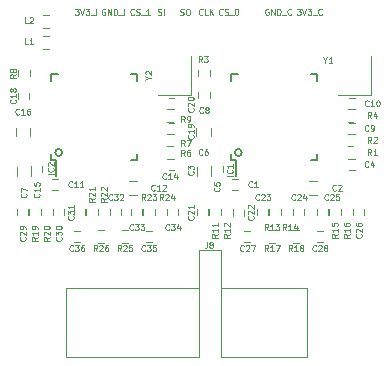
<source format=gto>
G04 #@! TF.GenerationSoftware,KiCad,Pcbnew,(2018-02-15 revision 29b28de31)-makepkg*
G04 #@! TF.CreationDate,2018-02-24T00:30:07+10:30*
G04 #@! TF.ProjectId,din_meter_atm90e36,64696E5F6D657465725F61746D393065,rev?*
G04 #@! TF.SameCoordinates,Original*
G04 #@! TF.FileFunction,Legend,Top*
G04 #@! TF.FilePolarity,Positive*
%FSLAX46Y46*%
G04 Gerber Fmt 4.6, Leading zero omitted, Abs format (unit mm)*
G04 Created by KiCad (PCBNEW (2018-02-15 revision 29b28de31)-makepkg) date 02/24/18 00:30:07*
%MOMM*%
%LPD*%
G01*
G04 APERTURE LIST*
%ADD10C,0.200000*%
%ADD11C,0.100000*%
%ADD12C,0.120000*%
%ADD13C,0.150000*%
%ADD14C,0.125000*%
G04 APERTURE END LIST*
D10*
X134510000Y-71450000D02*
G75*
G03X134510000Y-71450000I-300000J0D01*
G01*
X149710000Y-71450000D02*
G75*
G03X149710000Y-71450000I-300000J0D01*
G01*
D11*
X135596428Y-59289190D02*
X135905952Y-59289190D01*
X135739285Y-59479666D01*
X135810714Y-59479666D01*
X135858333Y-59503476D01*
X135882142Y-59527285D01*
X135905952Y-59574904D01*
X135905952Y-59693952D01*
X135882142Y-59741571D01*
X135858333Y-59765380D01*
X135810714Y-59789190D01*
X135667857Y-59789190D01*
X135620238Y-59765380D01*
X135596428Y-59741571D01*
X136048809Y-59289190D02*
X136215476Y-59789190D01*
X136382142Y-59289190D01*
X136501190Y-59289190D02*
X136810714Y-59289190D01*
X136644047Y-59479666D01*
X136715476Y-59479666D01*
X136763095Y-59503476D01*
X136786904Y-59527285D01*
X136810714Y-59574904D01*
X136810714Y-59693952D01*
X136786904Y-59741571D01*
X136763095Y-59765380D01*
X136715476Y-59789190D01*
X136572619Y-59789190D01*
X136525000Y-59765380D01*
X136501190Y-59741571D01*
X136905952Y-59836809D02*
X137286904Y-59836809D01*
X137405952Y-59789190D02*
X137405952Y-59289190D01*
X138120523Y-59313000D02*
X138072904Y-59289190D01*
X138001476Y-59289190D01*
X137930047Y-59313000D01*
X137882428Y-59360619D01*
X137858619Y-59408238D01*
X137834809Y-59503476D01*
X137834809Y-59574904D01*
X137858619Y-59670142D01*
X137882428Y-59717761D01*
X137930047Y-59765380D01*
X138001476Y-59789190D01*
X138049095Y-59789190D01*
X138120523Y-59765380D01*
X138144333Y-59741571D01*
X138144333Y-59574904D01*
X138049095Y-59574904D01*
X138358619Y-59789190D02*
X138358619Y-59289190D01*
X138644333Y-59789190D01*
X138644333Y-59289190D01*
X138882428Y-59789190D02*
X138882428Y-59289190D01*
X139001476Y-59289190D01*
X139072904Y-59313000D01*
X139120523Y-59360619D01*
X139144333Y-59408238D01*
X139168142Y-59503476D01*
X139168142Y-59574904D01*
X139144333Y-59670142D01*
X139120523Y-59717761D01*
X139072904Y-59765380D01*
X139001476Y-59789190D01*
X138882428Y-59789190D01*
X139263380Y-59836809D02*
X139644333Y-59836809D01*
X139763380Y-59789190D02*
X139763380Y-59289190D01*
X140585095Y-59741571D02*
X140561285Y-59765380D01*
X140489857Y-59789190D01*
X140442238Y-59789190D01*
X140370809Y-59765380D01*
X140323190Y-59717761D01*
X140299380Y-59670142D01*
X140275571Y-59574904D01*
X140275571Y-59503476D01*
X140299380Y-59408238D01*
X140323190Y-59360619D01*
X140370809Y-59313000D01*
X140442238Y-59289190D01*
X140489857Y-59289190D01*
X140561285Y-59313000D01*
X140585095Y-59336809D01*
X140775571Y-59765380D02*
X140847000Y-59789190D01*
X140966047Y-59789190D01*
X141013666Y-59765380D01*
X141037476Y-59741571D01*
X141061285Y-59693952D01*
X141061285Y-59646333D01*
X141037476Y-59598714D01*
X141013666Y-59574904D01*
X140966047Y-59551095D01*
X140870809Y-59527285D01*
X140823190Y-59503476D01*
X140799380Y-59479666D01*
X140775571Y-59432047D01*
X140775571Y-59384428D01*
X140799380Y-59336809D01*
X140823190Y-59313000D01*
X140870809Y-59289190D01*
X140989857Y-59289190D01*
X141061285Y-59313000D01*
X141156523Y-59836809D02*
X141537476Y-59836809D01*
X141918428Y-59789190D02*
X141632714Y-59789190D01*
X141775571Y-59789190D02*
X141775571Y-59289190D01*
X141727952Y-59360619D01*
X141680333Y-59408238D01*
X141632714Y-59432047D01*
X142613095Y-59765380D02*
X142684523Y-59789190D01*
X142803571Y-59789190D01*
X142851190Y-59765380D01*
X142875000Y-59741571D01*
X142898809Y-59693952D01*
X142898809Y-59646333D01*
X142875000Y-59598714D01*
X142851190Y-59574904D01*
X142803571Y-59551095D01*
X142708333Y-59527285D01*
X142660714Y-59503476D01*
X142636904Y-59479666D01*
X142613095Y-59432047D01*
X142613095Y-59384428D01*
X142636904Y-59336809D01*
X142660714Y-59313000D01*
X142708333Y-59289190D01*
X142827380Y-59289190D01*
X142898809Y-59313000D01*
X143113095Y-59789190D02*
X143113095Y-59289190D01*
X144502238Y-59765380D02*
X144573666Y-59789190D01*
X144692714Y-59789190D01*
X144740333Y-59765380D01*
X144764142Y-59741571D01*
X144787952Y-59693952D01*
X144787952Y-59646333D01*
X144764142Y-59598714D01*
X144740333Y-59574904D01*
X144692714Y-59551095D01*
X144597476Y-59527285D01*
X144549857Y-59503476D01*
X144526047Y-59479666D01*
X144502238Y-59432047D01*
X144502238Y-59384428D01*
X144526047Y-59336809D01*
X144549857Y-59313000D01*
X144597476Y-59289190D01*
X144716523Y-59289190D01*
X144787952Y-59313000D01*
X145097476Y-59289190D02*
X145192714Y-59289190D01*
X145240333Y-59313000D01*
X145287952Y-59360619D01*
X145311761Y-59455857D01*
X145311761Y-59622523D01*
X145287952Y-59717761D01*
X145240333Y-59765380D01*
X145192714Y-59789190D01*
X145097476Y-59789190D01*
X145049857Y-59765380D01*
X145002238Y-59717761D01*
X144978428Y-59622523D01*
X144978428Y-59455857D01*
X145002238Y-59360619D01*
X145049857Y-59313000D01*
X145097476Y-59289190D01*
X146387380Y-59741571D02*
X146363571Y-59765380D01*
X146292142Y-59789190D01*
X146244523Y-59789190D01*
X146173095Y-59765380D01*
X146125476Y-59717761D01*
X146101666Y-59670142D01*
X146077857Y-59574904D01*
X146077857Y-59503476D01*
X146101666Y-59408238D01*
X146125476Y-59360619D01*
X146173095Y-59313000D01*
X146244523Y-59289190D01*
X146292142Y-59289190D01*
X146363571Y-59313000D01*
X146387380Y-59336809D01*
X146839761Y-59789190D02*
X146601666Y-59789190D01*
X146601666Y-59289190D01*
X147006428Y-59789190D02*
X147006428Y-59289190D01*
X147292142Y-59789190D02*
X147077857Y-59503476D01*
X147292142Y-59289190D02*
X147006428Y-59574904D01*
X148078095Y-59741571D02*
X148054285Y-59765380D01*
X147982857Y-59789190D01*
X147935238Y-59789190D01*
X147863809Y-59765380D01*
X147816190Y-59717761D01*
X147792380Y-59670142D01*
X147768571Y-59574904D01*
X147768571Y-59503476D01*
X147792380Y-59408238D01*
X147816190Y-59360619D01*
X147863809Y-59313000D01*
X147935238Y-59289190D01*
X147982857Y-59289190D01*
X148054285Y-59313000D01*
X148078095Y-59336809D01*
X148268571Y-59765380D02*
X148340000Y-59789190D01*
X148459047Y-59789190D01*
X148506666Y-59765380D01*
X148530476Y-59741571D01*
X148554285Y-59693952D01*
X148554285Y-59646333D01*
X148530476Y-59598714D01*
X148506666Y-59574904D01*
X148459047Y-59551095D01*
X148363809Y-59527285D01*
X148316190Y-59503476D01*
X148292380Y-59479666D01*
X148268571Y-59432047D01*
X148268571Y-59384428D01*
X148292380Y-59336809D01*
X148316190Y-59313000D01*
X148363809Y-59289190D01*
X148482857Y-59289190D01*
X148554285Y-59313000D01*
X148649523Y-59836809D02*
X149030476Y-59836809D01*
X149244761Y-59289190D02*
X149292380Y-59289190D01*
X149340000Y-59313000D01*
X149363809Y-59336809D01*
X149387619Y-59384428D01*
X149411428Y-59479666D01*
X149411428Y-59598714D01*
X149387619Y-59693952D01*
X149363809Y-59741571D01*
X149340000Y-59765380D01*
X149292380Y-59789190D01*
X149244761Y-59789190D01*
X149197142Y-59765380D01*
X149173333Y-59741571D01*
X149149523Y-59693952D01*
X149125714Y-59598714D01*
X149125714Y-59479666D01*
X149149523Y-59384428D01*
X149173333Y-59336809D01*
X149197142Y-59313000D01*
X149244761Y-59289190D01*
X151959571Y-59313000D02*
X151911952Y-59289190D01*
X151840523Y-59289190D01*
X151769095Y-59313000D01*
X151721476Y-59360619D01*
X151697666Y-59408238D01*
X151673857Y-59503476D01*
X151673857Y-59574904D01*
X151697666Y-59670142D01*
X151721476Y-59717761D01*
X151769095Y-59765380D01*
X151840523Y-59789190D01*
X151888142Y-59789190D01*
X151959571Y-59765380D01*
X151983380Y-59741571D01*
X151983380Y-59574904D01*
X151888142Y-59574904D01*
X152197666Y-59789190D02*
X152197666Y-59289190D01*
X152483380Y-59789190D01*
X152483380Y-59289190D01*
X152721476Y-59789190D02*
X152721476Y-59289190D01*
X152840523Y-59289190D01*
X152911952Y-59313000D01*
X152959571Y-59360619D01*
X152983380Y-59408238D01*
X153007190Y-59503476D01*
X153007190Y-59574904D01*
X152983380Y-59670142D01*
X152959571Y-59717761D01*
X152911952Y-59765380D01*
X152840523Y-59789190D01*
X152721476Y-59789190D01*
X153102428Y-59836809D02*
X153483380Y-59836809D01*
X153888142Y-59741571D02*
X153864333Y-59765380D01*
X153792904Y-59789190D01*
X153745285Y-59789190D01*
X153673857Y-59765380D01*
X153626238Y-59717761D01*
X153602428Y-59670142D01*
X153578619Y-59574904D01*
X153578619Y-59503476D01*
X153602428Y-59408238D01*
X153626238Y-59360619D01*
X153673857Y-59313000D01*
X153745285Y-59289190D01*
X153792904Y-59289190D01*
X153864333Y-59313000D01*
X153888142Y-59336809D01*
X154388476Y-59289190D02*
X154698000Y-59289190D01*
X154531333Y-59479666D01*
X154602761Y-59479666D01*
X154650380Y-59503476D01*
X154674190Y-59527285D01*
X154698000Y-59574904D01*
X154698000Y-59693952D01*
X154674190Y-59741571D01*
X154650380Y-59765380D01*
X154602761Y-59789190D01*
X154459904Y-59789190D01*
X154412285Y-59765380D01*
X154388476Y-59741571D01*
X154840857Y-59289190D02*
X155007523Y-59789190D01*
X155174190Y-59289190D01*
X155293238Y-59289190D02*
X155602761Y-59289190D01*
X155436095Y-59479666D01*
X155507523Y-59479666D01*
X155555142Y-59503476D01*
X155578952Y-59527285D01*
X155602761Y-59574904D01*
X155602761Y-59693952D01*
X155578952Y-59741571D01*
X155555142Y-59765380D01*
X155507523Y-59789190D01*
X155364666Y-59789190D01*
X155317047Y-59765380D01*
X155293238Y-59741571D01*
X155698000Y-59836809D02*
X156078952Y-59836809D01*
X156483714Y-59741571D02*
X156459904Y-59765380D01*
X156388476Y-59789190D01*
X156340857Y-59789190D01*
X156269428Y-59765380D01*
X156221809Y-59717761D01*
X156198000Y-59670142D01*
X156174190Y-59574904D01*
X156174190Y-59503476D01*
X156198000Y-59408238D01*
X156221809Y-59360619D01*
X156269428Y-59313000D01*
X156340857Y-59289190D01*
X156388476Y-59289190D01*
X156459904Y-59313000D01*
X156483714Y-59336809D01*
D12*
X155208000Y-82923000D02*
X155208000Y-88723000D01*
X147908000Y-82923000D02*
X147908000Y-88723000D01*
X147908000Y-88723000D02*
X155208000Y-88723000D01*
X155208000Y-82923000D02*
X147908000Y-82923000D01*
X134808000Y-88723000D02*
X134808000Y-82923000D01*
X146108000Y-88723000D02*
X134808000Y-88723000D01*
X146108000Y-82923000D02*
X146108000Y-88723000D01*
X134808000Y-82923000D02*
X146108000Y-82923000D01*
X147908000Y-79723000D02*
X147908000Y-82923000D01*
X146108000Y-79723000D02*
X147908000Y-79723000D01*
X146108000Y-82923000D02*
X146108000Y-79723000D01*
X135500000Y-79018000D02*
X136000000Y-79018000D01*
X136000000Y-78078000D02*
X135500000Y-78078000D01*
X141596000Y-79018000D02*
X142096000Y-79018000D01*
X142096000Y-78078000D02*
X141596000Y-78078000D01*
X144348000Y-76766000D02*
X144348000Y-76266000D01*
X143408000Y-76266000D02*
X143408000Y-76766000D01*
X140360000Y-76266000D02*
X140360000Y-76766000D01*
X141300000Y-76766000D02*
X141300000Y-76266000D01*
X138582000Y-76266000D02*
X138582000Y-76766000D01*
X139522000Y-76766000D02*
X139522000Y-76266000D01*
X136474000Y-76766000D02*
X136474000Y-76266000D01*
X135534000Y-76266000D02*
X135534000Y-76766000D01*
X134696000Y-76766000D02*
X134696000Y-76266000D01*
X133756000Y-76266000D02*
X133756000Y-76766000D01*
X130708000Y-76266000D02*
X130708000Y-76766000D01*
X131648000Y-76766000D02*
X131648000Y-76266000D01*
X132724000Y-76766000D02*
X132724000Y-76266000D01*
X131664000Y-76266000D02*
X131664000Y-76766000D01*
X132680000Y-76266000D02*
X132680000Y-76766000D01*
X133740000Y-76766000D02*
X133740000Y-76266000D01*
X137506000Y-76266000D02*
X137506000Y-76766000D01*
X138566000Y-76766000D02*
X138566000Y-76266000D01*
X141316000Y-76208000D02*
X141316000Y-76708000D01*
X142376000Y-76708000D02*
X142376000Y-76208000D01*
X143392000Y-76708000D02*
X143392000Y-76208000D01*
X142332000Y-76208000D02*
X142332000Y-76708000D01*
X140064000Y-78018000D02*
X139564000Y-78018000D01*
X139564000Y-79078000D02*
X140064000Y-79078000D01*
X138032000Y-78018000D02*
X137532000Y-78018000D01*
X137532000Y-79078000D02*
X138032000Y-79078000D01*
X137550000Y-76766000D02*
X137550000Y-76266000D01*
X136490000Y-76266000D02*
X136490000Y-76766000D01*
X146888000Y-76766000D02*
X146888000Y-76266000D01*
X145948000Y-76266000D02*
X145948000Y-76766000D01*
X148996000Y-76308000D02*
X148996000Y-76808000D01*
X149936000Y-76808000D02*
X149936000Y-76308000D01*
X151968000Y-76766000D02*
X151968000Y-76266000D01*
X151028000Y-76266000D02*
X151028000Y-76766000D01*
X154076000Y-76266000D02*
X154076000Y-76766000D01*
X155016000Y-76766000D02*
X155016000Y-76266000D01*
X157048000Y-76766000D02*
X157048000Y-76266000D01*
X156108000Y-76266000D02*
X156108000Y-76766000D01*
X159156000Y-76266000D02*
X159156000Y-76766000D01*
X160096000Y-76766000D02*
X160096000Y-76266000D01*
X149936000Y-79018000D02*
X150436000Y-79018000D01*
X150436000Y-78078000D02*
X149936000Y-78078000D01*
X156074000Y-79018000D02*
X156574000Y-79018000D01*
X156574000Y-78078000D02*
X156074000Y-78078000D01*
X153044000Y-76708000D02*
X153044000Y-76208000D01*
X151984000Y-76208000D02*
X151984000Y-76708000D01*
X154542000Y-78018000D02*
X154042000Y-78018000D01*
X154042000Y-79078000D02*
X154542000Y-79078000D01*
X152010000Y-79078000D02*
X152510000Y-79078000D01*
X152510000Y-78018000D02*
X152010000Y-78018000D01*
X158080000Y-76266000D02*
X158080000Y-76766000D01*
X159140000Y-76766000D02*
X159140000Y-76266000D01*
X158124000Y-76766000D02*
X158124000Y-76266000D01*
X157064000Y-76266000D02*
X157064000Y-76766000D01*
X153000000Y-76208000D02*
X153000000Y-76708000D01*
X154060000Y-76708000D02*
X154060000Y-76208000D01*
X148980000Y-76766000D02*
X148980000Y-76266000D01*
X147920000Y-76266000D02*
X147920000Y-76766000D01*
X146904000Y-76266000D02*
X146904000Y-76766000D01*
X147964000Y-76766000D02*
X147964000Y-76266000D01*
X132858000Y-62644200D02*
X133358000Y-62644200D01*
X133358000Y-61584200D02*
X132858000Y-61584200D01*
X133373000Y-59830000D02*
X132873000Y-59830000D01*
X132873000Y-60890000D02*
X133373000Y-60890000D01*
X143910000Y-69870000D02*
X143410000Y-69870000D01*
X143410000Y-70930000D02*
X143910000Y-70930000D01*
X147040000Y-64950000D02*
X147040000Y-64450000D01*
X145980000Y-64450000D02*
X145980000Y-64950000D01*
X143910000Y-70920000D02*
X143410000Y-70920000D01*
X143410000Y-71980000D02*
X143910000Y-71980000D01*
X159260000Y-71980000D02*
X158760000Y-71980000D01*
X158760000Y-72920000D02*
X159260000Y-72920000D01*
X143510000Y-69870000D02*
X144010000Y-69870000D01*
X144010000Y-68930000D02*
X143510000Y-68930000D01*
X130790000Y-66400000D02*
X130790000Y-66900000D01*
X131730000Y-66900000D02*
X131730000Y-66400000D01*
X132830000Y-73100000D02*
X132830000Y-72600000D01*
X131890000Y-72600000D02*
X131890000Y-73100000D01*
X143510000Y-67770000D02*
X144010000Y-67770000D01*
X144010000Y-66830000D02*
X143510000Y-66830000D01*
X133660000Y-74620000D02*
X134160000Y-74620000D01*
X134160000Y-73680000D02*
X133660000Y-73680000D01*
X158760000Y-67770000D02*
X159260000Y-67770000D01*
X159260000Y-66830000D02*
X158760000Y-66830000D01*
X148910000Y-74620000D02*
X149410000Y-74620000D01*
X149410000Y-73680000D02*
X148910000Y-73680000D01*
X148080000Y-73100000D02*
X148080000Y-72600000D01*
X147140000Y-72600000D02*
X147140000Y-73100000D01*
X146980000Y-66850000D02*
X146980000Y-66350000D01*
X146040000Y-66350000D02*
X146040000Y-66850000D01*
X144010000Y-71980000D02*
X143510000Y-71980000D01*
X143510000Y-72920000D02*
X144010000Y-72920000D01*
X158760000Y-69870000D02*
X159260000Y-69870000D01*
X159260000Y-68930000D02*
X158760000Y-68930000D01*
X140860000Y-75050000D02*
X140160000Y-75050000D01*
X140160000Y-73850000D02*
X140860000Y-73850000D01*
X156110000Y-75050000D02*
X155410000Y-75050000D01*
X155410000Y-73850000D02*
X156110000Y-73850000D01*
X158660000Y-71980000D02*
X159160000Y-71980000D01*
X159160000Y-70920000D02*
X158660000Y-70920000D01*
X158660000Y-70930000D02*
X159160000Y-70930000D01*
X159160000Y-69870000D02*
X158660000Y-69870000D01*
X159160000Y-67770000D02*
X158660000Y-67770000D01*
X158660000Y-68830000D02*
X159160000Y-68830000D01*
X131790000Y-65000000D02*
X131790000Y-64500000D01*
X130730000Y-64500000D02*
X130730000Y-65000000D01*
X143410000Y-68830000D02*
X143910000Y-68830000D01*
X143910000Y-67770000D02*
X143410000Y-67770000D01*
X142610000Y-66550000D02*
X145410000Y-66550000D01*
X145410000Y-66550000D02*
X145410000Y-63250000D01*
X160660000Y-66550000D02*
X160660000Y-63250000D01*
X157860000Y-66550000D02*
X160660000Y-66550000D01*
D13*
X133585000Y-72075000D02*
X134010000Y-72075000D01*
X133585000Y-64825000D02*
X134110000Y-64825000D01*
X140835000Y-64825000D02*
X140310000Y-64825000D01*
X140835000Y-72075000D02*
X140310000Y-72075000D01*
X133585000Y-72075000D02*
X133585000Y-71550000D01*
X140835000Y-72075000D02*
X140835000Y-71550000D01*
X140835000Y-64825000D02*
X140835000Y-65350000D01*
X133585000Y-64825000D02*
X133585000Y-65350000D01*
X134010000Y-72075000D02*
X134010000Y-73450000D01*
X149260000Y-72075000D02*
X149260000Y-73450000D01*
X148835000Y-64825000D02*
X148835000Y-65350000D01*
X156085000Y-64825000D02*
X156085000Y-65350000D01*
X156085000Y-72075000D02*
X156085000Y-71550000D01*
X148835000Y-72075000D02*
X148835000Y-71550000D01*
X156085000Y-72075000D02*
X155560000Y-72075000D01*
X156085000Y-64825000D02*
X155560000Y-64825000D01*
X148835000Y-64825000D02*
X149360000Y-64825000D01*
X148835000Y-72075000D02*
X149260000Y-72075000D01*
D12*
X147110000Y-72700000D02*
X147110000Y-73400000D01*
X145910000Y-73400000D02*
X145910000Y-72700000D01*
X145860000Y-70050000D02*
X145860000Y-69350000D01*
X147060000Y-69350000D02*
X147060000Y-70050000D01*
X130610000Y-70050000D02*
X130610000Y-69350000D01*
X131810000Y-69350000D02*
X131810000Y-70050000D01*
X131860000Y-72700000D02*
X131860000Y-73400000D01*
X130660000Y-73400000D02*
X130660000Y-72700000D01*
D14*
X146759333Y-79036190D02*
X146759333Y-79393333D01*
X146735523Y-79464761D01*
X146687904Y-79512380D01*
X146616476Y-79536190D01*
X146568857Y-79536190D01*
X147068857Y-79250476D02*
X147021238Y-79226666D01*
X146997428Y-79202857D01*
X146973619Y-79155238D01*
X146973619Y-79131428D01*
X146997428Y-79083809D01*
X147021238Y-79060000D01*
X147068857Y-79036190D01*
X147164095Y-79036190D01*
X147211714Y-79060000D01*
X147235523Y-79083809D01*
X147259333Y-79131428D01*
X147259333Y-79155238D01*
X147235523Y-79202857D01*
X147211714Y-79226666D01*
X147164095Y-79250476D01*
X147068857Y-79250476D01*
X147021238Y-79274285D01*
X146997428Y-79298095D01*
X146973619Y-79345714D01*
X146973619Y-79440952D01*
X146997428Y-79488571D01*
X147021238Y-79512380D01*
X147068857Y-79536190D01*
X147164095Y-79536190D01*
X147211714Y-79512380D01*
X147235523Y-79488571D01*
X147259333Y-79440952D01*
X147259333Y-79345714D01*
X147235523Y-79298095D01*
X147211714Y-79274285D01*
X147164095Y-79250476D01*
X135428571Y-79742571D02*
X135404761Y-79766380D01*
X135333333Y-79790190D01*
X135285714Y-79790190D01*
X135214285Y-79766380D01*
X135166666Y-79718761D01*
X135142857Y-79671142D01*
X135119047Y-79575904D01*
X135119047Y-79504476D01*
X135142857Y-79409238D01*
X135166666Y-79361619D01*
X135214285Y-79314000D01*
X135285714Y-79290190D01*
X135333333Y-79290190D01*
X135404761Y-79314000D01*
X135428571Y-79337809D01*
X135595238Y-79290190D02*
X135904761Y-79290190D01*
X135738095Y-79480666D01*
X135809523Y-79480666D01*
X135857142Y-79504476D01*
X135880952Y-79528285D01*
X135904761Y-79575904D01*
X135904761Y-79694952D01*
X135880952Y-79742571D01*
X135857142Y-79766380D01*
X135809523Y-79790190D01*
X135666666Y-79790190D01*
X135619047Y-79766380D01*
X135595238Y-79742571D01*
X136333333Y-79290190D02*
X136238095Y-79290190D01*
X136190476Y-79314000D01*
X136166666Y-79337809D01*
X136119047Y-79409238D01*
X136095238Y-79504476D01*
X136095238Y-79694952D01*
X136119047Y-79742571D01*
X136142857Y-79766380D01*
X136190476Y-79790190D01*
X136285714Y-79790190D01*
X136333333Y-79766380D01*
X136357142Y-79742571D01*
X136380952Y-79694952D01*
X136380952Y-79575904D01*
X136357142Y-79528285D01*
X136333333Y-79504476D01*
X136285714Y-79480666D01*
X136190476Y-79480666D01*
X136142857Y-79504476D01*
X136119047Y-79528285D01*
X136095238Y-79575904D01*
X141524571Y-79742571D02*
X141500761Y-79766380D01*
X141429333Y-79790190D01*
X141381714Y-79790190D01*
X141310285Y-79766380D01*
X141262666Y-79718761D01*
X141238857Y-79671142D01*
X141215047Y-79575904D01*
X141215047Y-79504476D01*
X141238857Y-79409238D01*
X141262666Y-79361619D01*
X141310285Y-79314000D01*
X141381714Y-79290190D01*
X141429333Y-79290190D01*
X141500761Y-79314000D01*
X141524571Y-79337809D01*
X141691238Y-79290190D02*
X142000761Y-79290190D01*
X141834095Y-79480666D01*
X141905523Y-79480666D01*
X141953142Y-79504476D01*
X141976952Y-79528285D01*
X142000761Y-79575904D01*
X142000761Y-79694952D01*
X141976952Y-79742571D01*
X141953142Y-79766380D01*
X141905523Y-79790190D01*
X141762666Y-79790190D01*
X141715047Y-79766380D01*
X141691238Y-79742571D01*
X142453142Y-79290190D02*
X142215047Y-79290190D01*
X142191238Y-79528285D01*
X142215047Y-79504476D01*
X142262666Y-79480666D01*
X142381714Y-79480666D01*
X142429333Y-79504476D01*
X142453142Y-79528285D01*
X142476952Y-79575904D01*
X142476952Y-79694952D01*
X142453142Y-79742571D01*
X142429333Y-79766380D01*
X142381714Y-79790190D01*
X142262666Y-79790190D01*
X142215047Y-79766380D01*
X142191238Y-79742571D01*
X143556571Y-77964571D02*
X143532761Y-77988380D01*
X143461333Y-78012190D01*
X143413714Y-78012190D01*
X143342285Y-77988380D01*
X143294666Y-77940761D01*
X143270857Y-77893142D01*
X143247047Y-77797904D01*
X143247047Y-77726476D01*
X143270857Y-77631238D01*
X143294666Y-77583619D01*
X143342285Y-77536000D01*
X143413714Y-77512190D01*
X143461333Y-77512190D01*
X143532761Y-77536000D01*
X143556571Y-77559809D01*
X143723238Y-77512190D02*
X144032761Y-77512190D01*
X143866095Y-77702666D01*
X143937523Y-77702666D01*
X143985142Y-77726476D01*
X144008952Y-77750285D01*
X144032761Y-77797904D01*
X144032761Y-77916952D01*
X144008952Y-77964571D01*
X143985142Y-77988380D01*
X143937523Y-78012190D01*
X143794666Y-78012190D01*
X143747047Y-77988380D01*
X143723238Y-77964571D01*
X144461333Y-77678857D02*
X144461333Y-78012190D01*
X144342285Y-77488380D02*
X144223238Y-77845523D01*
X144532761Y-77845523D01*
X140508571Y-77964571D02*
X140484761Y-77988380D01*
X140413333Y-78012190D01*
X140365714Y-78012190D01*
X140294285Y-77988380D01*
X140246666Y-77940761D01*
X140222857Y-77893142D01*
X140199047Y-77797904D01*
X140199047Y-77726476D01*
X140222857Y-77631238D01*
X140246666Y-77583619D01*
X140294285Y-77536000D01*
X140365714Y-77512190D01*
X140413333Y-77512190D01*
X140484761Y-77536000D01*
X140508571Y-77559809D01*
X140675238Y-77512190D02*
X140984761Y-77512190D01*
X140818095Y-77702666D01*
X140889523Y-77702666D01*
X140937142Y-77726476D01*
X140960952Y-77750285D01*
X140984761Y-77797904D01*
X140984761Y-77916952D01*
X140960952Y-77964571D01*
X140937142Y-77988380D01*
X140889523Y-78012190D01*
X140746666Y-78012190D01*
X140699047Y-77988380D01*
X140675238Y-77964571D01*
X141151428Y-77512190D02*
X141460952Y-77512190D01*
X141294285Y-77702666D01*
X141365714Y-77702666D01*
X141413333Y-77726476D01*
X141437142Y-77750285D01*
X141460952Y-77797904D01*
X141460952Y-77916952D01*
X141437142Y-77964571D01*
X141413333Y-77988380D01*
X141365714Y-78012190D01*
X141222857Y-78012190D01*
X141175238Y-77988380D01*
X141151428Y-77964571D01*
X138730571Y-75424571D02*
X138706761Y-75448380D01*
X138635333Y-75472190D01*
X138587714Y-75472190D01*
X138516285Y-75448380D01*
X138468666Y-75400761D01*
X138444857Y-75353142D01*
X138421047Y-75257904D01*
X138421047Y-75186476D01*
X138444857Y-75091238D01*
X138468666Y-75043619D01*
X138516285Y-74996000D01*
X138587714Y-74972190D01*
X138635333Y-74972190D01*
X138706761Y-74996000D01*
X138730571Y-75019809D01*
X138897238Y-74972190D02*
X139206761Y-74972190D01*
X139040095Y-75162666D01*
X139111523Y-75162666D01*
X139159142Y-75186476D01*
X139182952Y-75210285D01*
X139206761Y-75257904D01*
X139206761Y-75376952D01*
X139182952Y-75424571D01*
X139159142Y-75448380D01*
X139111523Y-75472190D01*
X138968666Y-75472190D01*
X138921047Y-75448380D01*
X138897238Y-75424571D01*
X139397238Y-75019809D02*
X139421047Y-74996000D01*
X139468666Y-74972190D01*
X139587714Y-74972190D01*
X139635333Y-74996000D01*
X139659142Y-75019809D01*
X139682952Y-75067428D01*
X139682952Y-75115047D01*
X139659142Y-75186476D01*
X139373428Y-75472190D01*
X139682952Y-75472190D01*
X135420571Y-76837428D02*
X135444380Y-76861238D01*
X135468190Y-76932666D01*
X135468190Y-76980285D01*
X135444380Y-77051714D01*
X135396761Y-77099333D01*
X135349142Y-77123142D01*
X135253904Y-77146952D01*
X135182476Y-77146952D01*
X135087238Y-77123142D01*
X135039619Y-77099333D01*
X134992000Y-77051714D01*
X134968190Y-76980285D01*
X134968190Y-76932666D01*
X134992000Y-76861238D01*
X135015809Y-76837428D01*
X134968190Y-76670761D02*
X134968190Y-76361238D01*
X135158666Y-76527904D01*
X135158666Y-76456476D01*
X135182476Y-76408857D01*
X135206285Y-76385047D01*
X135253904Y-76361238D01*
X135372952Y-76361238D01*
X135420571Y-76385047D01*
X135444380Y-76408857D01*
X135468190Y-76456476D01*
X135468190Y-76599333D01*
X135444380Y-76646952D01*
X135420571Y-76670761D01*
X135468190Y-75885047D02*
X135468190Y-76170761D01*
X135468190Y-76027904D02*
X134968190Y-76027904D01*
X135039619Y-76075523D01*
X135087238Y-76123142D01*
X135111047Y-76170761D01*
X134404571Y-78615428D02*
X134428380Y-78639238D01*
X134452190Y-78710666D01*
X134452190Y-78758285D01*
X134428380Y-78829714D01*
X134380761Y-78877333D01*
X134333142Y-78901142D01*
X134237904Y-78924952D01*
X134166476Y-78924952D01*
X134071238Y-78901142D01*
X134023619Y-78877333D01*
X133976000Y-78829714D01*
X133952190Y-78758285D01*
X133952190Y-78710666D01*
X133976000Y-78639238D01*
X133999809Y-78615428D01*
X133952190Y-78448761D02*
X133952190Y-78139238D01*
X134142666Y-78305904D01*
X134142666Y-78234476D01*
X134166476Y-78186857D01*
X134190285Y-78163047D01*
X134237904Y-78139238D01*
X134356952Y-78139238D01*
X134404571Y-78163047D01*
X134428380Y-78186857D01*
X134452190Y-78234476D01*
X134452190Y-78377333D01*
X134428380Y-78424952D01*
X134404571Y-78448761D01*
X133952190Y-77829714D02*
X133952190Y-77782095D01*
X133976000Y-77734476D01*
X133999809Y-77710666D01*
X134047428Y-77686857D01*
X134142666Y-77663047D01*
X134261714Y-77663047D01*
X134356952Y-77686857D01*
X134404571Y-77710666D01*
X134428380Y-77734476D01*
X134452190Y-77782095D01*
X134452190Y-77829714D01*
X134428380Y-77877333D01*
X134404571Y-77901142D01*
X134356952Y-77924952D01*
X134261714Y-77948761D01*
X134142666Y-77948761D01*
X134047428Y-77924952D01*
X133999809Y-77901142D01*
X133976000Y-77877333D01*
X133952190Y-77829714D01*
X131356571Y-78615428D02*
X131380380Y-78639238D01*
X131404190Y-78710666D01*
X131404190Y-78758285D01*
X131380380Y-78829714D01*
X131332761Y-78877333D01*
X131285142Y-78901142D01*
X131189904Y-78924952D01*
X131118476Y-78924952D01*
X131023238Y-78901142D01*
X130975619Y-78877333D01*
X130928000Y-78829714D01*
X130904190Y-78758285D01*
X130904190Y-78710666D01*
X130928000Y-78639238D01*
X130951809Y-78615428D01*
X130951809Y-78424952D02*
X130928000Y-78401142D01*
X130904190Y-78353523D01*
X130904190Y-78234476D01*
X130928000Y-78186857D01*
X130951809Y-78163047D01*
X130999428Y-78139238D01*
X131047047Y-78139238D01*
X131118476Y-78163047D01*
X131404190Y-78448761D01*
X131404190Y-78139238D01*
X131404190Y-77901142D02*
X131404190Y-77805904D01*
X131380380Y-77758285D01*
X131356571Y-77734476D01*
X131285142Y-77686857D01*
X131189904Y-77663047D01*
X130999428Y-77663047D01*
X130951809Y-77686857D01*
X130928000Y-77710666D01*
X130904190Y-77758285D01*
X130904190Y-77853523D01*
X130928000Y-77901142D01*
X130951809Y-77924952D01*
X130999428Y-77948761D01*
X131118476Y-77948761D01*
X131166095Y-77924952D01*
X131189904Y-77901142D01*
X131213714Y-77853523D01*
X131213714Y-77758285D01*
X131189904Y-77710666D01*
X131166095Y-77686857D01*
X131118476Y-77663047D01*
X132420190Y-78615428D02*
X132182095Y-78782095D01*
X132420190Y-78901142D02*
X131920190Y-78901142D01*
X131920190Y-78710666D01*
X131944000Y-78663047D01*
X131967809Y-78639238D01*
X132015428Y-78615428D01*
X132086857Y-78615428D01*
X132134476Y-78639238D01*
X132158285Y-78663047D01*
X132182095Y-78710666D01*
X132182095Y-78901142D01*
X132420190Y-78139238D02*
X132420190Y-78424952D01*
X132420190Y-78282095D02*
X131920190Y-78282095D01*
X131991619Y-78329714D01*
X132039238Y-78377333D01*
X132063047Y-78424952D01*
X132420190Y-77901142D02*
X132420190Y-77805904D01*
X132396380Y-77758285D01*
X132372571Y-77734476D01*
X132301142Y-77686857D01*
X132205904Y-77663047D01*
X132015428Y-77663047D01*
X131967809Y-77686857D01*
X131944000Y-77710666D01*
X131920190Y-77758285D01*
X131920190Y-77853523D01*
X131944000Y-77901142D01*
X131967809Y-77924952D01*
X132015428Y-77948761D01*
X132134476Y-77948761D01*
X132182095Y-77924952D01*
X132205904Y-77901142D01*
X132229714Y-77853523D01*
X132229714Y-77758285D01*
X132205904Y-77710666D01*
X132182095Y-77686857D01*
X132134476Y-77663047D01*
X133436190Y-78615428D02*
X133198095Y-78782095D01*
X133436190Y-78901142D02*
X132936190Y-78901142D01*
X132936190Y-78710666D01*
X132960000Y-78663047D01*
X132983809Y-78639238D01*
X133031428Y-78615428D01*
X133102857Y-78615428D01*
X133150476Y-78639238D01*
X133174285Y-78663047D01*
X133198095Y-78710666D01*
X133198095Y-78901142D01*
X132983809Y-78424952D02*
X132960000Y-78401142D01*
X132936190Y-78353523D01*
X132936190Y-78234476D01*
X132960000Y-78186857D01*
X132983809Y-78163047D01*
X133031428Y-78139238D01*
X133079047Y-78139238D01*
X133150476Y-78163047D01*
X133436190Y-78448761D01*
X133436190Y-78139238D01*
X132936190Y-77829714D02*
X132936190Y-77782095D01*
X132960000Y-77734476D01*
X132983809Y-77710666D01*
X133031428Y-77686857D01*
X133126666Y-77663047D01*
X133245714Y-77663047D01*
X133340952Y-77686857D01*
X133388571Y-77710666D01*
X133412380Y-77734476D01*
X133436190Y-77782095D01*
X133436190Y-77829714D01*
X133412380Y-77877333D01*
X133388571Y-77901142D01*
X133340952Y-77924952D01*
X133245714Y-77948761D01*
X133126666Y-77948761D01*
X133031428Y-77924952D01*
X132983809Y-77901142D01*
X132960000Y-77877333D01*
X132936190Y-77829714D01*
X138262190Y-75313428D02*
X138024095Y-75480095D01*
X138262190Y-75599142D02*
X137762190Y-75599142D01*
X137762190Y-75408666D01*
X137786000Y-75361047D01*
X137809809Y-75337238D01*
X137857428Y-75313428D01*
X137928857Y-75313428D01*
X137976476Y-75337238D01*
X138000285Y-75361047D01*
X138024095Y-75408666D01*
X138024095Y-75599142D01*
X137809809Y-75122952D02*
X137786000Y-75099142D01*
X137762190Y-75051523D01*
X137762190Y-74932476D01*
X137786000Y-74884857D01*
X137809809Y-74861047D01*
X137857428Y-74837238D01*
X137905047Y-74837238D01*
X137976476Y-74861047D01*
X138262190Y-75146761D01*
X138262190Y-74837238D01*
X137809809Y-74646761D02*
X137786000Y-74622952D01*
X137762190Y-74575333D01*
X137762190Y-74456285D01*
X137786000Y-74408666D01*
X137809809Y-74384857D01*
X137857428Y-74361047D01*
X137905047Y-74361047D01*
X137976476Y-74384857D01*
X138262190Y-74670571D01*
X138262190Y-74361047D01*
X141524571Y-75472190D02*
X141357904Y-75234095D01*
X141238857Y-75472190D02*
X141238857Y-74972190D01*
X141429333Y-74972190D01*
X141476952Y-74996000D01*
X141500761Y-75019809D01*
X141524571Y-75067428D01*
X141524571Y-75138857D01*
X141500761Y-75186476D01*
X141476952Y-75210285D01*
X141429333Y-75234095D01*
X141238857Y-75234095D01*
X141715047Y-75019809D02*
X141738857Y-74996000D01*
X141786476Y-74972190D01*
X141905523Y-74972190D01*
X141953142Y-74996000D01*
X141976952Y-75019809D01*
X142000761Y-75067428D01*
X142000761Y-75115047D01*
X141976952Y-75186476D01*
X141691238Y-75472190D01*
X142000761Y-75472190D01*
X142167428Y-74972190D02*
X142476952Y-74972190D01*
X142310285Y-75162666D01*
X142381714Y-75162666D01*
X142429333Y-75186476D01*
X142453142Y-75210285D01*
X142476952Y-75257904D01*
X142476952Y-75376952D01*
X142453142Y-75424571D01*
X142429333Y-75448380D01*
X142381714Y-75472190D01*
X142238857Y-75472190D01*
X142191238Y-75448380D01*
X142167428Y-75424571D01*
X143048571Y-75472190D02*
X142881904Y-75234095D01*
X142762857Y-75472190D02*
X142762857Y-74972190D01*
X142953333Y-74972190D01*
X143000952Y-74996000D01*
X143024761Y-75019809D01*
X143048571Y-75067428D01*
X143048571Y-75138857D01*
X143024761Y-75186476D01*
X143000952Y-75210285D01*
X142953333Y-75234095D01*
X142762857Y-75234095D01*
X143239047Y-75019809D02*
X143262857Y-74996000D01*
X143310476Y-74972190D01*
X143429523Y-74972190D01*
X143477142Y-74996000D01*
X143500952Y-75019809D01*
X143524761Y-75067428D01*
X143524761Y-75115047D01*
X143500952Y-75186476D01*
X143215238Y-75472190D01*
X143524761Y-75472190D01*
X143953333Y-75138857D02*
X143953333Y-75472190D01*
X143834285Y-74948380D02*
X143715238Y-75305523D01*
X144024761Y-75305523D01*
X139492571Y-79790190D02*
X139325904Y-79552095D01*
X139206857Y-79790190D02*
X139206857Y-79290190D01*
X139397333Y-79290190D01*
X139444952Y-79314000D01*
X139468761Y-79337809D01*
X139492571Y-79385428D01*
X139492571Y-79456857D01*
X139468761Y-79504476D01*
X139444952Y-79528285D01*
X139397333Y-79552095D01*
X139206857Y-79552095D01*
X139683047Y-79337809D02*
X139706857Y-79314000D01*
X139754476Y-79290190D01*
X139873523Y-79290190D01*
X139921142Y-79314000D01*
X139944952Y-79337809D01*
X139968761Y-79385428D01*
X139968761Y-79433047D01*
X139944952Y-79504476D01*
X139659238Y-79790190D01*
X139968761Y-79790190D01*
X140421142Y-79290190D02*
X140183047Y-79290190D01*
X140159238Y-79528285D01*
X140183047Y-79504476D01*
X140230666Y-79480666D01*
X140349714Y-79480666D01*
X140397333Y-79504476D01*
X140421142Y-79528285D01*
X140444952Y-79575904D01*
X140444952Y-79694952D01*
X140421142Y-79742571D01*
X140397333Y-79766380D01*
X140349714Y-79790190D01*
X140230666Y-79790190D01*
X140183047Y-79766380D01*
X140159238Y-79742571D01*
X137460571Y-79790190D02*
X137293904Y-79552095D01*
X137174857Y-79790190D02*
X137174857Y-79290190D01*
X137365333Y-79290190D01*
X137412952Y-79314000D01*
X137436761Y-79337809D01*
X137460571Y-79385428D01*
X137460571Y-79456857D01*
X137436761Y-79504476D01*
X137412952Y-79528285D01*
X137365333Y-79552095D01*
X137174857Y-79552095D01*
X137651047Y-79337809D02*
X137674857Y-79314000D01*
X137722476Y-79290190D01*
X137841523Y-79290190D01*
X137889142Y-79314000D01*
X137912952Y-79337809D01*
X137936761Y-79385428D01*
X137936761Y-79433047D01*
X137912952Y-79504476D01*
X137627238Y-79790190D01*
X137936761Y-79790190D01*
X138365333Y-79290190D02*
X138270095Y-79290190D01*
X138222476Y-79314000D01*
X138198666Y-79337809D01*
X138151047Y-79409238D01*
X138127238Y-79504476D01*
X138127238Y-79694952D01*
X138151047Y-79742571D01*
X138174857Y-79766380D01*
X138222476Y-79790190D01*
X138317714Y-79790190D01*
X138365333Y-79766380D01*
X138389142Y-79742571D01*
X138412952Y-79694952D01*
X138412952Y-79575904D01*
X138389142Y-79528285D01*
X138365333Y-79504476D01*
X138317714Y-79480666D01*
X138222476Y-79480666D01*
X138174857Y-79504476D01*
X138151047Y-79528285D01*
X138127238Y-79575904D01*
X137246190Y-75313428D02*
X137008095Y-75480095D01*
X137246190Y-75599142D02*
X136746190Y-75599142D01*
X136746190Y-75408666D01*
X136770000Y-75361047D01*
X136793809Y-75337238D01*
X136841428Y-75313428D01*
X136912857Y-75313428D01*
X136960476Y-75337238D01*
X136984285Y-75361047D01*
X137008095Y-75408666D01*
X137008095Y-75599142D01*
X136793809Y-75122952D02*
X136770000Y-75099142D01*
X136746190Y-75051523D01*
X136746190Y-74932476D01*
X136770000Y-74884857D01*
X136793809Y-74861047D01*
X136841428Y-74837238D01*
X136889047Y-74837238D01*
X136960476Y-74861047D01*
X137246190Y-75146761D01*
X137246190Y-74837238D01*
X137246190Y-74361047D02*
X137246190Y-74646761D01*
X137246190Y-74503904D02*
X136746190Y-74503904D01*
X136817619Y-74551523D01*
X136865238Y-74599142D01*
X136889047Y-74646761D01*
X145580571Y-76837428D02*
X145604380Y-76861238D01*
X145628190Y-76932666D01*
X145628190Y-76980285D01*
X145604380Y-77051714D01*
X145556761Y-77099333D01*
X145509142Y-77123142D01*
X145413904Y-77146952D01*
X145342476Y-77146952D01*
X145247238Y-77123142D01*
X145199619Y-77099333D01*
X145152000Y-77051714D01*
X145128190Y-76980285D01*
X145128190Y-76932666D01*
X145152000Y-76861238D01*
X145175809Y-76837428D01*
X145175809Y-76646952D02*
X145152000Y-76623142D01*
X145128190Y-76575523D01*
X145128190Y-76456476D01*
X145152000Y-76408857D01*
X145175809Y-76385047D01*
X145223428Y-76361238D01*
X145271047Y-76361238D01*
X145342476Y-76385047D01*
X145628190Y-76670761D01*
X145628190Y-76361238D01*
X145628190Y-75885047D02*
X145628190Y-76170761D01*
X145628190Y-76027904D02*
X145128190Y-76027904D01*
X145199619Y-76075523D01*
X145247238Y-76123142D01*
X145271047Y-76170761D01*
X150660571Y-76837428D02*
X150684380Y-76861238D01*
X150708190Y-76932666D01*
X150708190Y-76980285D01*
X150684380Y-77051714D01*
X150636761Y-77099333D01*
X150589142Y-77123142D01*
X150493904Y-77146952D01*
X150422476Y-77146952D01*
X150327238Y-77123142D01*
X150279619Y-77099333D01*
X150232000Y-77051714D01*
X150208190Y-76980285D01*
X150208190Y-76932666D01*
X150232000Y-76861238D01*
X150255809Y-76837428D01*
X150255809Y-76646952D02*
X150232000Y-76623142D01*
X150208190Y-76575523D01*
X150208190Y-76456476D01*
X150232000Y-76408857D01*
X150255809Y-76385047D01*
X150303428Y-76361238D01*
X150351047Y-76361238D01*
X150422476Y-76385047D01*
X150708190Y-76670761D01*
X150708190Y-76361238D01*
X150255809Y-76170761D02*
X150232000Y-76146952D01*
X150208190Y-76099333D01*
X150208190Y-75980285D01*
X150232000Y-75932666D01*
X150255809Y-75908857D01*
X150303428Y-75885047D01*
X150351047Y-75885047D01*
X150422476Y-75908857D01*
X150708190Y-76194571D01*
X150708190Y-75885047D01*
X151176571Y-75424571D02*
X151152761Y-75448380D01*
X151081333Y-75472190D01*
X151033714Y-75472190D01*
X150962285Y-75448380D01*
X150914666Y-75400761D01*
X150890857Y-75353142D01*
X150867047Y-75257904D01*
X150867047Y-75186476D01*
X150890857Y-75091238D01*
X150914666Y-75043619D01*
X150962285Y-74996000D01*
X151033714Y-74972190D01*
X151081333Y-74972190D01*
X151152761Y-74996000D01*
X151176571Y-75019809D01*
X151367047Y-75019809D02*
X151390857Y-74996000D01*
X151438476Y-74972190D01*
X151557523Y-74972190D01*
X151605142Y-74996000D01*
X151628952Y-75019809D01*
X151652761Y-75067428D01*
X151652761Y-75115047D01*
X151628952Y-75186476D01*
X151343238Y-75472190D01*
X151652761Y-75472190D01*
X151819428Y-74972190D02*
X152128952Y-74972190D01*
X151962285Y-75162666D01*
X152033714Y-75162666D01*
X152081333Y-75186476D01*
X152105142Y-75210285D01*
X152128952Y-75257904D01*
X152128952Y-75376952D01*
X152105142Y-75424571D01*
X152081333Y-75448380D01*
X152033714Y-75472190D01*
X151890857Y-75472190D01*
X151843238Y-75448380D01*
X151819428Y-75424571D01*
X154224571Y-75424571D02*
X154200761Y-75448380D01*
X154129333Y-75472190D01*
X154081714Y-75472190D01*
X154010285Y-75448380D01*
X153962666Y-75400761D01*
X153938857Y-75353142D01*
X153915047Y-75257904D01*
X153915047Y-75186476D01*
X153938857Y-75091238D01*
X153962666Y-75043619D01*
X154010285Y-74996000D01*
X154081714Y-74972190D01*
X154129333Y-74972190D01*
X154200761Y-74996000D01*
X154224571Y-75019809D01*
X154415047Y-75019809D02*
X154438857Y-74996000D01*
X154486476Y-74972190D01*
X154605523Y-74972190D01*
X154653142Y-74996000D01*
X154676952Y-75019809D01*
X154700761Y-75067428D01*
X154700761Y-75115047D01*
X154676952Y-75186476D01*
X154391238Y-75472190D01*
X154700761Y-75472190D01*
X155129333Y-75138857D02*
X155129333Y-75472190D01*
X155010285Y-74948380D02*
X154891238Y-75305523D01*
X155200761Y-75305523D01*
X157018571Y-75424571D02*
X156994761Y-75448380D01*
X156923333Y-75472190D01*
X156875714Y-75472190D01*
X156804285Y-75448380D01*
X156756666Y-75400761D01*
X156732857Y-75353142D01*
X156709047Y-75257904D01*
X156709047Y-75186476D01*
X156732857Y-75091238D01*
X156756666Y-75043619D01*
X156804285Y-74996000D01*
X156875714Y-74972190D01*
X156923333Y-74972190D01*
X156994761Y-74996000D01*
X157018571Y-75019809D01*
X157209047Y-75019809D02*
X157232857Y-74996000D01*
X157280476Y-74972190D01*
X157399523Y-74972190D01*
X157447142Y-74996000D01*
X157470952Y-75019809D01*
X157494761Y-75067428D01*
X157494761Y-75115047D01*
X157470952Y-75186476D01*
X157185238Y-75472190D01*
X157494761Y-75472190D01*
X157947142Y-74972190D02*
X157709047Y-74972190D01*
X157685238Y-75210285D01*
X157709047Y-75186476D01*
X157756666Y-75162666D01*
X157875714Y-75162666D01*
X157923333Y-75186476D01*
X157947142Y-75210285D01*
X157970952Y-75257904D01*
X157970952Y-75376952D01*
X157947142Y-75424571D01*
X157923333Y-75448380D01*
X157875714Y-75472190D01*
X157756666Y-75472190D01*
X157709047Y-75448380D01*
X157685238Y-75424571D01*
X159804571Y-78361428D02*
X159828380Y-78385238D01*
X159852190Y-78456666D01*
X159852190Y-78504285D01*
X159828380Y-78575714D01*
X159780761Y-78623333D01*
X159733142Y-78647142D01*
X159637904Y-78670952D01*
X159566476Y-78670952D01*
X159471238Y-78647142D01*
X159423619Y-78623333D01*
X159376000Y-78575714D01*
X159352190Y-78504285D01*
X159352190Y-78456666D01*
X159376000Y-78385238D01*
X159399809Y-78361428D01*
X159399809Y-78170952D02*
X159376000Y-78147142D01*
X159352190Y-78099523D01*
X159352190Y-77980476D01*
X159376000Y-77932857D01*
X159399809Y-77909047D01*
X159447428Y-77885238D01*
X159495047Y-77885238D01*
X159566476Y-77909047D01*
X159852190Y-78194761D01*
X159852190Y-77885238D01*
X159352190Y-77456666D02*
X159352190Y-77551904D01*
X159376000Y-77599523D01*
X159399809Y-77623333D01*
X159471238Y-77670952D01*
X159566476Y-77694761D01*
X159756952Y-77694761D01*
X159804571Y-77670952D01*
X159828380Y-77647142D01*
X159852190Y-77599523D01*
X159852190Y-77504285D01*
X159828380Y-77456666D01*
X159804571Y-77432857D01*
X159756952Y-77409047D01*
X159637904Y-77409047D01*
X159590285Y-77432857D01*
X159566476Y-77456666D01*
X159542666Y-77504285D01*
X159542666Y-77599523D01*
X159566476Y-77647142D01*
X159590285Y-77670952D01*
X159637904Y-77694761D01*
X149864571Y-79742571D02*
X149840761Y-79766380D01*
X149769333Y-79790190D01*
X149721714Y-79790190D01*
X149650285Y-79766380D01*
X149602666Y-79718761D01*
X149578857Y-79671142D01*
X149555047Y-79575904D01*
X149555047Y-79504476D01*
X149578857Y-79409238D01*
X149602666Y-79361619D01*
X149650285Y-79314000D01*
X149721714Y-79290190D01*
X149769333Y-79290190D01*
X149840761Y-79314000D01*
X149864571Y-79337809D01*
X150055047Y-79337809D02*
X150078857Y-79314000D01*
X150126476Y-79290190D01*
X150245523Y-79290190D01*
X150293142Y-79314000D01*
X150316952Y-79337809D01*
X150340761Y-79385428D01*
X150340761Y-79433047D01*
X150316952Y-79504476D01*
X150031238Y-79790190D01*
X150340761Y-79790190D01*
X150507428Y-79290190D02*
X150840761Y-79290190D01*
X150626476Y-79790190D01*
X156002571Y-79742571D02*
X155978761Y-79766380D01*
X155907333Y-79790190D01*
X155859714Y-79790190D01*
X155788285Y-79766380D01*
X155740666Y-79718761D01*
X155716857Y-79671142D01*
X155693047Y-79575904D01*
X155693047Y-79504476D01*
X155716857Y-79409238D01*
X155740666Y-79361619D01*
X155788285Y-79314000D01*
X155859714Y-79290190D01*
X155907333Y-79290190D01*
X155978761Y-79314000D01*
X156002571Y-79337809D01*
X156193047Y-79337809D02*
X156216857Y-79314000D01*
X156264476Y-79290190D01*
X156383523Y-79290190D01*
X156431142Y-79314000D01*
X156454952Y-79337809D01*
X156478761Y-79385428D01*
X156478761Y-79433047D01*
X156454952Y-79504476D01*
X156169238Y-79790190D01*
X156478761Y-79790190D01*
X156764476Y-79504476D02*
X156716857Y-79480666D01*
X156693047Y-79456857D01*
X156669238Y-79409238D01*
X156669238Y-79385428D01*
X156693047Y-79337809D01*
X156716857Y-79314000D01*
X156764476Y-79290190D01*
X156859714Y-79290190D01*
X156907333Y-79314000D01*
X156931142Y-79337809D01*
X156954952Y-79385428D01*
X156954952Y-79409238D01*
X156931142Y-79456857D01*
X156907333Y-79480666D01*
X156859714Y-79504476D01*
X156764476Y-79504476D01*
X156716857Y-79528285D01*
X156693047Y-79552095D01*
X156669238Y-79599714D01*
X156669238Y-79694952D01*
X156693047Y-79742571D01*
X156716857Y-79766380D01*
X156764476Y-79790190D01*
X156859714Y-79790190D01*
X156907333Y-79766380D01*
X156931142Y-79742571D01*
X156954952Y-79694952D01*
X156954952Y-79599714D01*
X156931142Y-79552095D01*
X156907333Y-79528285D01*
X156859714Y-79504476D01*
X151938571Y-78012190D02*
X151771904Y-77774095D01*
X151652857Y-78012190D02*
X151652857Y-77512190D01*
X151843333Y-77512190D01*
X151890952Y-77536000D01*
X151914761Y-77559809D01*
X151938571Y-77607428D01*
X151938571Y-77678857D01*
X151914761Y-77726476D01*
X151890952Y-77750285D01*
X151843333Y-77774095D01*
X151652857Y-77774095D01*
X152414761Y-78012190D02*
X152129047Y-78012190D01*
X152271904Y-78012190D02*
X152271904Y-77512190D01*
X152224285Y-77583619D01*
X152176666Y-77631238D01*
X152129047Y-77655047D01*
X152581428Y-77512190D02*
X152890952Y-77512190D01*
X152724285Y-77702666D01*
X152795714Y-77702666D01*
X152843333Y-77726476D01*
X152867142Y-77750285D01*
X152890952Y-77797904D01*
X152890952Y-77916952D01*
X152867142Y-77964571D01*
X152843333Y-77988380D01*
X152795714Y-78012190D01*
X152652857Y-78012190D01*
X152605238Y-77988380D01*
X152581428Y-77964571D01*
X153970571Y-79790190D02*
X153803904Y-79552095D01*
X153684857Y-79790190D02*
X153684857Y-79290190D01*
X153875333Y-79290190D01*
X153922952Y-79314000D01*
X153946761Y-79337809D01*
X153970571Y-79385428D01*
X153970571Y-79456857D01*
X153946761Y-79504476D01*
X153922952Y-79528285D01*
X153875333Y-79552095D01*
X153684857Y-79552095D01*
X154446761Y-79790190D02*
X154161047Y-79790190D01*
X154303904Y-79790190D02*
X154303904Y-79290190D01*
X154256285Y-79361619D01*
X154208666Y-79409238D01*
X154161047Y-79433047D01*
X154732476Y-79504476D02*
X154684857Y-79480666D01*
X154661047Y-79456857D01*
X154637238Y-79409238D01*
X154637238Y-79385428D01*
X154661047Y-79337809D01*
X154684857Y-79314000D01*
X154732476Y-79290190D01*
X154827714Y-79290190D01*
X154875333Y-79314000D01*
X154899142Y-79337809D01*
X154922952Y-79385428D01*
X154922952Y-79409238D01*
X154899142Y-79456857D01*
X154875333Y-79480666D01*
X154827714Y-79504476D01*
X154732476Y-79504476D01*
X154684857Y-79528285D01*
X154661047Y-79552095D01*
X154637238Y-79599714D01*
X154637238Y-79694952D01*
X154661047Y-79742571D01*
X154684857Y-79766380D01*
X154732476Y-79790190D01*
X154827714Y-79790190D01*
X154875333Y-79766380D01*
X154899142Y-79742571D01*
X154922952Y-79694952D01*
X154922952Y-79599714D01*
X154899142Y-79552095D01*
X154875333Y-79528285D01*
X154827714Y-79504476D01*
X151938571Y-79790190D02*
X151771904Y-79552095D01*
X151652857Y-79790190D02*
X151652857Y-79290190D01*
X151843333Y-79290190D01*
X151890952Y-79314000D01*
X151914761Y-79337809D01*
X151938571Y-79385428D01*
X151938571Y-79456857D01*
X151914761Y-79504476D01*
X151890952Y-79528285D01*
X151843333Y-79552095D01*
X151652857Y-79552095D01*
X152414761Y-79790190D02*
X152129047Y-79790190D01*
X152271904Y-79790190D02*
X152271904Y-79290190D01*
X152224285Y-79361619D01*
X152176666Y-79409238D01*
X152129047Y-79433047D01*
X152581428Y-79290190D02*
X152914761Y-79290190D01*
X152700476Y-79790190D01*
X158836190Y-78361428D02*
X158598095Y-78528095D01*
X158836190Y-78647142D02*
X158336190Y-78647142D01*
X158336190Y-78456666D01*
X158360000Y-78409047D01*
X158383809Y-78385238D01*
X158431428Y-78361428D01*
X158502857Y-78361428D01*
X158550476Y-78385238D01*
X158574285Y-78409047D01*
X158598095Y-78456666D01*
X158598095Y-78647142D01*
X158836190Y-77885238D02*
X158836190Y-78170952D01*
X158836190Y-78028095D02*
X158336190Y-78028095D01*
X158407619Y-78075714D01*
X158455238Y-78123333D01*
X158479047Y-78170952D01*
X158336190Y-77456666D02*
X158336190Y-77551904D01*
X158360000Y-77599523D01*
X158383809Y-77623333D01*
X158455238Y-77670952D01*
X158550476Y-77694761D01*
X158740952Y-77694761D01*
X158788571Y-77670952D01*
X158812380Y-77647142D01*
X158836190Y-77599523D01*
X158836190Y-77504285D01*
X158812380Y-77456666D01*
X158788571Y-77432857D01*
X158740952Y-77409047D01*
X158621904Y-77409047D01*
X158574285Y-77432857D01*
X158550476Y-77456666D01*
X158526666Y-77504285D01*
X158526666Y-77599523D01*
X158550476Y-77647142D01*
X158574285Y-77670952D01*
X158621904Y-77694761D01*
X157820190Y-78361428D02*
X157582095Y-78528095D01*
X157820190Y-78647142D02*
X157320190Y-78647142D01*
X157320190Y-78456666D01*
X157344000Y-78409047D01*
X157367809Y-78385238D01*
X157415428Y-78361428D01*
X157486857Y-78361428D01*
X157534476Y-78385238D01*
X157558285Y-78409047D01*
X157582095Y-78456666D01*
X157582095Y-78647142D01*
X157820190Y-77885238D02*
X157820190Y-78170952D01*
X157820190Y-78028095D02*
X157320190Y-78028095D01*
X157391619Y-78075714D01*
X157439238Y-78123333D01*
X157463047Y-78170952D01*
X157320190Y-77432857D02*
X157320190Y-77670952D01*
X157558285Y-77694761D01*
X157534476Y-77670952D01*
X157510666Y-77623333D01*
X157510666Y-77504285D01*
X157534476Y-77456666D01*
X157558285Y-77432857D01*
X157605904Y-77409047D01*
X157724952Y-77409047D01*
X157772571Y-77432857D01*
X157796380Y-77456666D01*
X157820190Y-77504285D01*
X157820190Y-77623333D01*
X157796380Y-77670952D01*
X157772571Y-77694761D01*
X153462571Y-78012190D02*
X153295904Y-77774095D01*
X153176857Y-78012190D02*
X153176857Y-77512190D01*
X153367333Y-77512190D01*
X153414952Y-77536000D01*
X153438761Y-77559809D01*
X153462571Y-77607428D01*
X153462571Y-77678857D01*
X153438761Y-77726476D01*
X153414952Y-77750285D01*
X153367333Y-77774095D01*
X153176857Y-77774095D01*
X153938761Y-78012190D02*
X153653047Y-78012190D01*
X153795904Y-78012190D02*
X153795904Y-77512190D01*
X153748285Y-77583619D01*
X153700666Y-77631238D01*
X153653047Y-77655047D01*
X154367333Y-77678857D02*
X154367333Y-78012190D01*
X154248285Y-77488380D02*
X154129238Y-77845523D01*
X154438761Y-77845523D01*
X148676190Y-78361428D02*
X148438095Y-78528095D01*
X148676190Y-78647142D02*
X148176190Y-78647142D01*
X148176190Y-78456666D01*
X148200000Y-78409047D01*
X148223809Y-78385238D01*
X148271428Y-78361428D01*
X148342857Y-78361428D01*
X148390476Y-78385238D01*
X148414285Y-78409047D01*
X148438095Y-78456666D01*
X148438095Y-78647142D01*
X148676190Y-77885238D02*
X148676190Y-78170952D01*
X148676190Y-78028095D02*
X148176190Y-78028095D01*
X148247619Y-78075714D01*
X148295238Y-78123333D01*
X148319047Y-78170952D01*
X148223809Y-77694761D02*
X148200000Y-77670952D01*
X148176190Y-77623333D01*
X148176190Y-77504285D01*
X148200000Y-77456666D01*
X148223809Y-77432857D01*
X148271428Y-77409047D01*
X148319047Y-77409047D01*
X148390476Y-77432857D01*
X148676190Y-77718571D01*
X148676190Y-77409047D01*
X147660190Y-78361428D02*
X147422095Y-78528095D01*
X147660190Y-78647142D02*
X147160190Y-78647142D01*
X147160190Y-78456666D01*
X147184000Y-78409047D01*
X147207809Y-78385238D01*
X147255428Y-78361428D01*
X147326857Y-78361428D01*
X147374476Y-78385238D01*
X147398285Y-78409047D01*
X147422095Y-78456666D01*
X147422095Y-78647142D01*
X147660190Y-77885238D02*
X147660190Y-78170952D01*
X147660190Y-78028095D02*
X147160190Y-78028095D01*
X147231619Y-78075714D01*
X147279238Y-78123333D01*
X147303047Y-78170952D01*
X147660190Y-77409047D02*
X147660190Y-77694761D01*
X147660190Y-77551904D02*
X147160190Y-77551904D01*
X147231619Y-77599523D01*
X147279238Y-77647142D01*
X147303047Y-77694761D01*
X131602666Y-62264190D02*
X131364571Y-62264190D01*
X131364571Y-61764190D01*
X132031238Y-62264190D02*
X131745523Y-62264190D01*
X131888380Y-62264190D02*
X131888380Y-61764190D01*
X131840761Y-61835619D01*
X131793142Y-61883238D01*
X131745523Y-61907047D01*
X131602666Y-60486190D02*
X131364571Y-60486190D01*
X131364571Y-59986190D01*
X131745523Y-60033809D02*
X131769333Y-60010000D01*
X131816952Y-59986190D01*
X131936000Y-59986190D01*
X131983619Y-60010000D01*
X132007428Y-60033809D01*
X132031238Y-60081428D01*
X132031238Y-60129047D01*
X132007428Y-60200476D01*
X131721714Y-60486190D01*
X132031238Y-60486190D01*
X144876666Y-70900190D02*
X144710000Y-70662095D01*
X144590952Y-70900190D02*
X144590952Y-70400190D01*
X144781428Y-70400190D01*
X144829047Y-70424000D01*
X144852857Y-70447809D01*
X144876666Y-70495428D01*
X144876666Y-70566857D01*
X144852857Y-70614476D01*
X144829047Y-70638285D01*
X144781428Y-70662095D01*
X144590952Y-70662095D01*
X145043333Y-70400190D02*
X145376666Y-70400190D01*
X145162380Y-70900190D01*
X146334666Y-63788190D02*
X146168000Y-63550095D01*
X146048952Y-63788190D02*
X146048952Y-63288190D01*
X146239428Y-63288190D01*
X146287047Y-63312000D01*
X146310857Y-63335809D01*
X146334666Y-63383428D01*
X146334666Y-63454857D01*
X146310857Y-63502476D01*
X146287047Y-63526285D01*
X146239428Y-63550095D01*
X146048952Y-63550095D01*
X146501333Y-63288190D02*
X146810857Y-63288190D01*
X146644190Y-63478666D01*
X146715619Y-63478666D01*
X146763238Y-63502476D01*
X146787047Y-63526285D01*
X146810857Y-63573904D01*
X146810857Y-63692952D01*
X146787047Y-63740571D01*
X146763238Y-63764380D01*
X146715619Y-63788190D01*
X146572761Y-63788190D01*
X146525142Y-63764380D01*
X146501333Y-63740571D01*
X144876666Y-71726190D02*
X144710000Y-71488095D01*
X144590952Y-71726190D02*
X144590952Y-71226190D01*
X144781428Y-71226190D01*
X144829047Y-71250000D01*
X144852857Y-71273809D01*
X144876666Y-71321428D01*
X144876666Y-71392857D01*
X144852857Y-71440476D01*
X144829047Y-71464285D01*
X144781428Y-71488095D01*
X144590952Y-71488095D01*
X145305238Y-71226190D02*
X145210000Y-71226190D01*
X145162380Y-71250000D01*
X145138571Y-71273809D01*
X145090952Y-71345238D01*
X145067142Y-71440476D01*
X145067142Y-71630952D01*
X145090952Y-71678571D01*
X145114761Y-71702380D01*
X145162380Y-71726190D01*
X145257619Y-71726190D01*
X145305238Y-71702380D01*
X145329047Y-71678571D01*
X145352857Y-71630952D01*
X145352857Y-71511904D01*
X145329047Y-71464285D01*
X145305238Y-71440476D01*
X145257619Y-71416666D01*
X145162380Y-71416666D01*
X145114761Y-71440476D01*
X145090952Y-71464285D01*
X145067142Y-71511904D01*
X160426666Y-72628571D02*
X160402857Y-72652380D01*
X160331428Y-72676190D01*
X160283809Y-72676190D01*
X160212380Y-72652380D01*
X160164761Y-72604761D01*
X160140952Y-72557142D01*
X160117142Y-72461904D01*
X160117142Y-72390476D01*
X160140952Y-72295238D01*
X160164761Y-72247619D01*
X160212380Y-72200000D01*
X160283809Y-72176190D01*
X160331428Y-72176190D01*
X160402857Y-72200000D01*
X160426666Y-72223809D01*
X160855238Y-72342857D02*
X160855238Y-72676190D01*
X160736190Y-72152380D02*
X160617142Y-72509523D01*
X160926666Y-72509523D01*
X145580571Y-69979428D02*
X145604380Y-70003238D01*
X145628190Y-70074666D01*
X145628190Y-70122285D01*
X145604380Y-70193714D01*
X145556761Y-70241333D01*
X145509142Y-70265142D01*
X145413904Y-70288952D01*
X145342476Y-70288952D01*
X145247238Y-70265142D01*
X145199619Y-70241333D01*
X145152000Y-70193714D01*
X145128190Y-70122285D01*
X145128190Y-70074666D01*
X145152000Y-70003238D01*
X145175809Y-69979428D01*
X145628190Y-69503238D02*
X145628190Y-69788952D01*
X145628190Y-69646095D02*
X145128190Y-69646095D01*
X145199619Y-69693714D01*
X145247238Y-69741333D01*
X145271047Y-69788952D01*
X145628190Y-69265142D02*
X145628190Y-69169904D01*
X145604380Y-69122285D01*
X145580571Y-69098476D01*
X145509142Y-69050857D01*
X145413904Y-69027047D01*
X145223428Y-69027047D01*
X145175809Y-69050857D01*
X145152000Y-69074666D01*
X145128190Y-69122285D01*
X145128190Y-69217523D01*
X145152000Y-69265142D01*
X145175809Y-69288952D01*
X145223428Y-69312761D01*
X145342476Y-69312761D01*
X145390095Y-69288952D01*
X145413904Y-69265142D01*
X145437714Y-69217523D01*
X145437714Y-69122285D01*
X145413904Y-69074666D01*
X145390095Y-69050857D01*
X145342476Y-69027047D01*
X130538571Y-66971428D02*
X130562380Y-66995238D01*
X130586190Y-67066666D01*
X130586190Y-67114285D01*
X130562380Y-67185714D01*
X130514761Y-67233333D01*
X130467142Y-67257142D01*
X130371904Y-67280952D01*
X130300476Y-67280952D01*
X130205238Y-67257142D01*
X130157619Y-67233333D01*
X130110000Y-67185714D01*
X130086190Y-67114285D01*
X130086190Y-67066666D01*
X130110000Y-66995238D01*
X130133809Y-66971428D01*
X130586190Y-66495238D02*
X130586190Y-66780952D01*
X130586190Y-66638095D02*
X130086190Y-66638095D01*
X130157619Y-66685714D01*
X130205238Y-66733333D01*
X130229047Y-66780952D01*
X130300476Y-66209523D02*
X130276666Y-66257142D01*
X130252857Y-66280952D01*
X130205238Y-66304761D01*
X130181428Y-66304761D01*
X130133809Y-66280952D01*
X130110000Y-66257142D01*
X130086190Y-66209523D01*
X130086190Y-66114285D01*
X130110000Y-66066666D01*
X130133809Y-66042857D01*
X130181428Y-66019047D01*
X130205238Y-66019047D01*
X130252857Y-66042857D01*
X130276666Y-66066666D01*
X130300476Y-66114285D01*
X130300476Y-66209523D01*
X130324285Y-66257142D01*
X130348095Y-66280952D01*
X130395714Y-66304761D01*
X130490952Y-66304761D01*
X130538571Y-66280952D01*
X130562380Y-66257142D01*
X130586190Y-66209523D01*
X130586190Y-66114285D01*
X130562380Y-66066666D01*
X130538571Y-66042857D01*
X130490952Y-66019047D01*
X130395714Y-66019047D01*
X130348095Y-66042857D01*
X130324285Y-66066666D01*
X130300476Y-66114285D01*
X132538571Y-74921428D02*
X132562380Y-74945238D01*
X132586190Y-75016666D01*
X132586190Y-75064285D01*
X132562380Y-75135714D01*
X132514761Y-75183333D01*
X132467142Y-75207142D01*
X132371904Y-75230952D01*
X132300476Y-75230952D01*
X132205238Y-75207142D01*
X132157619Y-75183333D01*
X132110000Y-75135714D01*
X132086190Y-75064285D01*
X132086190Y-75016666D01*
X132110000Y-74945238D01*
X132133809Y-74921428D01*
X132586190Y-74445238D02*
X132586190Y-74730952D01*
X132586190Y-74588095D02*
X132086190Y-74588095D01*
X132157619Y-74635714D01*
X132205238Y-74683333D01*
X132229047Y-74730952D01*
X132086190Y-73992857D02*
X132086190Y-74230952D01*
X132324285Y-74254761D01*
X132300476Y-74230952D01*
X132276666Y-74183333D01*
X132276666Y-74064285D01*
X132300476Y-74016666D01*
X132324285Y-73992857D01*
X132371904Y-73969047D01*
X132490952Y-73969047D01*
X132538571Y-73992857D01*
X132562380Y-74016666D01*
X132586190Y-74064285D01*
X132586190Y-74183333D01*
X132562380Y-74230952D01*
X132538571Y-74254761D01*
X145580571Y-67693428D02*
X145604380Y-67717238D01*
X145628190Y-67788666D01*
X145628190Y-67836285D01*
X145604380Y-67907714D01*
X145556761Y-67955333D01*
X145509142Y-67979142D01*
X145413904Y-68002952D01*
X145342476Y-68002952D01*
X145247238Y-67979142D01*
X145199619Y-67955333D01*
X145152000Y-67907714D01*
X145128190Y-67836285D01*
X145128190Y-67788666D01*
X145152000Y-67717238D01*
X145175809Y-67693428D01*
X145175809Y-67502952D02*
X145152000Y-67479142D01*
X145128190Y-67431523D01*
X145128190Y-67312476D01*
X145152000Y-67264857D01*
X145175809Y-67241047D01*
X145223428Y-67217238D01*
X145271047Y-67217238D01*
X145342476Y-67241047D01*
X145628190Y-67526761D01*
X145628190Y-67217238D01*
X145128190Y-66907714D02*
X145128190Y-66860095D01*
X145152000Y-66812476D01*
X145175809Y-66788666D01*
X145223428Y-66764857D01*
X145318666Y-66741047D01*
X145437714Y-66741047D01*
X145532952Y-66764857D01*
X145580571Y-66788666D01*
X145604380Y-66812476D01*
X145628190Y-66860095D01*
X145628190Y-66907714D01*
X145604380Y-66955333D01*
X145580571Y-66979142D01*
X145532952Y-67002952D01*
X145437714Y-67026761D01*
X145318666Y-67026761D01*
X145223428Y-67002952D01*
X145175809Y-66979142D01*
X145152000Y-66955333D01*
X145128190Y-66907714D01*
X135338571Y-74328571D02*
X135314761Y-74352380D01*
X135243333Y-74376190D01*
X135195714Y-74376190D01*
X135124285Y-74352380D01*
X135076666Y-74304761D01*
X135052857Y-74257142D01*
X135029047Y-74161904D01*
X135029047Y-74090476D01*
X135052857Y-73995238D01*
X135076666Y-73947619D01*
X135124285Y-73900000D01*
X135195714Y-73876190D01*
X135243333Y-73876190D01*
X135314761Y-73900000D01*
X135338571Y-73923809D01*
X135814761Y-74376190D02*
X135529047Y-74376190D01*
X135671904Y-74376190D02*
X135671904Y-73876190D01*
X135624285Y-73947619D01*
X135576666Y-73995238D01*
X135529047Y-74019047D01*
X136290952Y-74376190D02*
X136005238Y-74376190D01*
X136148095Y-74376190D02*
X136148095Y-73876190D01*
X136100476Y-73947619D01*
X136052857Y-73995238D01*
X136005238Y-74019047D01*
X160438571Y-67478571D02*
X160414761Y-67502380D01*
X160343333Y-67526190D01*
X160295714Y-67526190D01*
X160224285Y-67502380D01*
X160176666Y-67454761D01*
X160152857Y-67407142D01*
X160129047Y-67311904D01*
X160129047Y-67240476D01*
X160152857Y-67145238D01*
X160176666Y-67097619D01*
X160224285Y-67050000D01*
X160295714Y-67026190D01*
X160343333Y-67026190D01*
X160414761Y-67050000D01*
X160438571Y-67073809D01*
X160914761Y-67526190D02*
X160629047Y-67526190D01*
X160771904Y-67526190D02*
X160771904Y-67026190D01*
X160724285Y-67097619D01*
X160676666Y-67145238D01*
X160629047Y-67169047D01*
X161224285Y-67026190D02*
X161271904Y-67026190D01*
X161319523Y-67050000D01*
X161343333Y-67073809D01*
X161367142Y-67121428D01*
X161390952Y-67216666D01*
X161390952Y-67335714D01*
X161367142Y-67430952D01*
X161343333Y-67478571D01*
X161319523Y-67502380D01*
X161271904Y-67526190D01*
X161224285Y-67526190D01*
X161176666Y-67502380D01*
X161152857Y-67478571D01*
X161129047Y-67430952D01*
X161105238Y-67335714D01*
X161105238Y-67216666D01*
X161129047Y-67121428D01*
X161152857Y-67073809D01*
X161176666Y-67050000D01*
X161224285Y-67026190D01*
X150576666Y-74328571D02*
X150552857Y-74352380D01*
X150481428Y-74376190D01*
X150433809Y-74376190D01*
X150362380Y-74352380D01*
X150314761Y-74304761D01*
X150290952Y-74257142D01*
X150267142Y-74161904D01*
X150267142Y-74090476D01*
X150290952Y-73995238D01*
X150314761Y-73947619D01*
X150362380Y-73900000D01*
X150433809Y-73876190D01*
X150481428Y-73876190D01*
X150552857Y-73900000D01*
X150576666Y-73923809D01*
X151052857Y-74376190D02*
X150767142Y-74376190D01*
X150910000Y-74376190D02*
X150910000Y-73876190D01*
X150862380Y-73947619D01*
X150814761Y-73995238D01*
X150767142Y-74019047D01*
X147788571Y-74433333D02*
X147812380Y-74457142D01*
X147836190Y-74528571D01*
X147836190Y-74576190D01*
X147812380Y-74647619D01*
X147764761Y-74695238D01*
X147717142Y-74719047D01*
X147621904Y-74742857D01*
X147550476Y-74742857D01*
X147455238Y-74719047D01*
X147407619Y-74695238D01*
X147360000Y-74647619D01*
X147336190Y-74576190D01*
X147336190Y-74528571D01*
X147360000Y-74457142D01*
X147383809Y-74433333D01*
X147336190Y-73980952D02*
X147336190Y-74219047D01*
X147574285Y-74242857D01*
X147550476Y-74219047D01*
X147526666Y-74171428D01*
X147526666Y-74052380D01*
X147550476Y-74004761D01*
X147574285Y-73980952D01*
X147621904Y-73957142D01*
X147740952Y-73957142D01*
X147788571Y-73980952D01*
X147812380Y-74004761D01*
X147836190Y-74052380D01*
X147836190Y-74171428D01*
X147812380Y-74219047D01*
X147788571Y-74242857D01*
X146426666Y-68058571D02*
X146402857Y-68082380D01*
X146331428Y-68106190D01*
X146283809Y-68106190D01*
X146212380Y-68082380D01*
X146164761Y-68034761D01*
X146140952Y-67987142D01*
X146117142Y-67891904D01*
X146117142Y-67820476D01*
X146140952Y-67725238D01*
X146164761Y-67677619D01*
X146212380Y-67630000D01*
X146283809Y-67606190D01*
X146331428Y-67606190D01*
X146402857Y-67630000D01*
X146426666Y-67653809D01*
X146712380Y-67820476D02*
X146664761Y-67796666D01*
X146640952Y-67772857D01*
X146617142Y-67725238D01*
X146617142Y-67701428D01*
X146640952Y-67653809D01*
X146664761Y-67630000D01*
X146712380Y-67606190D01*
X146807619Y-67606190D01*
X146855238Y-67630000D01*
X146879047Y-67653809D01*
X146902857Y-67701428D01*
X146902857Y-67725238D01*
X146879047Y-67772857D01*
X146855238Y-67796666D01*
X146807619Y-67820476D01*
X146712380Y-67820476D01*
X146664761Y-67844285D01*
X146640952Y-67868095D01*
X146617142Y-67915714D01*
X146617142Y-68010952D01*
X146640952Y-68058571D01*
X146664761Y-68082380D01*
X146712380Y-68106190D01*
X146807619Y-68106190D01*
X146855238Y-68082380D01*
X146879047Y-68058571D01*
X146902857Y-68010952D01*
X146902857Y-67915714D01*
X146879047Y-67868095D01*
X146855238Y-67844285D01*
X146807619Y-67820476D01*
X143302571Y-73646571D02*
X143278761Y-73670380D01*
X143207333Y-73694190D01*
X143159714Y-73694190D01*
X143088285Y-73670380D01*
X143040666Y-73622761D01*
X143016857Y-73575142D01*
X142993047Y-73479904D01*
X142993047Y-73408476D01*
X143016857Y-73313238D01*
X143040666Y-73265619D01*
X143088285Y-73218000D01*
X143159714Y-73194190D01*
X143207333Y-73194190D01*
X143278761Y-73218000D01*
X143302571Y-73241809D01*
X143778761Y-73694190D02*
X143493047Y-73694190D01*
X143635904Y-73694190D02*
X143635904Y-73194190D01*
X143588285Y-73265619D01*
X143540666Y-73313238D01*
X143493047Y-73337047D01*
X144207333Y-73360857D02*
X144207333Y-73694190D01*
X144088285Y-73170380D02*
X143969238Y-73527523D01*
X144278761Y-73527523D01*
X160426666Y-69578571D02*
X160402857Y-69602380D01*
X160331428Y-69626190D01*
X160283809Y-69626190D01*
X160212380Y-69602380D01*
X160164761Y-69554761D01*
X160140952Y-69507142D01*
X160117142Y-69411904D01*
X160117142Y-69340476D01*
X160140952Y-69245238D01*
X160164761Y-69197619D01*
X160212380Y-69150000D01*
X160283809Y-69126190D01*
X160331428Y-69126190D01*
X160402857Y-69150000D01*
X160426666Y-69173809D01*
X160664761Y-69626190D02*
X160760000Y-69626190D01*
X160807619Y-69602380D01*
X160831428Y-69578571D01*
X160879047Y-69507142D01*
X160902857Y-69411904D01*
X160902857Y-69221428D01*
X160879047Y-69173809D01*
X160855238Y-69150000D01*
X160807619Y-69126190D01*
X160712380Y-69126190D01*
X160664761Y-69150000D01*
X160640952Y-69173809D01*
X160617142Y-69221428D01*
X160617142Y-69340476D01*
X160640952Y-69388095D01*
X160664761Y-69411904D01*
X160712380Y-69435714D01*
X160807619Y-69435714D01*
X160855238Y-69411904D01*
X160879047Y-69388095D01*
X160902857Y-69340476D01*
X142338571Y-74628571D02*
X142314761Y-74652380D01*
X142243333Y-74676190D01*
X142195714Y-74676190D01*
X142124285Y-74652380D01*
X142076666Y-74604761D01*
X142052857Y-74557142D01*
X142029047Y-74461904D01*
X142029047Y-74390476D01*
X142052857Y-74295238D01*
X142076666Y-74247619D01*
X142124285Y-74200000D01*
X142195714Y-74176190D01*
X142243333Y-74176190D01*
X142314761Y-74200000D01*
X142338571Y-74223809D01*
X142814761Y-74676190D02*
X142529047Y-74676190D01*
X142671904Y-74676190D02*
X142671904Y-74176190D01*
X142624285Y-74247619D01*
X142576666Y-74295238D01*
X142529047Y-74319047D01*
X143005238Y-74223809D02*
X143029047Y-74200000D01*
X143076666Y-74176190D01*
X143195714Y-74176190D01*
X143243333Y-74200000D01*
X143267142Y-74223809D01*
X143290952Y-74271428D01*
X143290952Y-74319047D01*
X143267142Y-74390476D01*
X142981428Y-74676190D01*
X143290952Y-74676190D01*
X157676666Y-74628571D02*
X157652857Y-74652380D01*
X157581428Y-74676190D01*
X157533809Y-74676190D01*
X157462380Y-74652380D01*
X157414761Y-74604761D01*
X157390952Y-74557142D01*
X157367142Y-74461904D01*
X157367142Y-74390476D01*
X157390952Y-74295238D01*
X157414761Y-74247619D01*
X157462380Y-74200000D01*
X157533809Y-74176190D01*
X157581428Y-74176190D01*
X157652857Y-74200000D01*
X157676666Y-74223809D01*
X157867142Y-74223809D02*
X157890952Y-74200000D01*
X157938571Y-74176190D01*
X158057619Y-74176190D01*
X158105238Y-74200000D01*
X158129047Y-74223809D01*
X158152857Y-74271428D01*
X158152857Y-74319047D01*
X158129047Y-74390476D01*
X157843333Y-74676190D01*
X158152857Y-74676190D01*
X160676666Y-71676190D02*
X160510000Y-71438095D01*
X160390952Y-71676190D02*
X160390952Y-71176190D01*
X160581428Y-71176190D01*
X160629047Y-71200000D01*
X160652857Y-71223809D01*
X160676666Y-71271428D01*
X160676666Y-71342857D01*
X160652857Y-71390476D01*
X160629047Y-71414285D01*
X160581428Y-71438095D01*
X160390952Y-71438095D01*
X161152857Y-71676190D02*
X160867142Y-71676190D01*
X161010000Y-71676190D02*
X161010000Y-71176190D01*
X160962380Y-71247619D01*
X160914761Y-71295238D01*
X160867142Y-71319047D01*
X160676666Y-70626190D02*
X160510000Y-70388095D01*
X160390952Y-70626190D02*
X160390952Y-70126190D01*
X160581428Y-70126190D01*
X160629047Y-70150000D01*
X160652857Y-70173809D01*
X160676666Y-70221428D01*
X160676666Y-70292857D01*
X160652857Y-70340476D01*
X160629047Y-70364285D01*
X160581428Y-70388095D01*
X160390952Y-70388095D01*
X160867142Y-70173809D02*
X160890952Y-70150000D01*
X160938571Y-70126190D01*
X161057619Y-70126190D01*
X161105238Y-70150000D01*
X161129047Y-70173809D01*
X161152857Y-70221428D01*
X161152857Y-70269047D01*
X161129047Y-70340476D01*
X160843333Y-70626190D01*
X161152857Y-70626190D01*
X160676666Y-68526190D02*
X160510000Y-68288095D01*
X160390952Y-68526190D02*
X160390952Y-68026190D01*
X160581428Y-68026190D01*
X160629047Y-68050000D01*
X160652857Y-68073809D01*
X160676666Y-68121428D01*
X160676666Y-68192857D01*
X160652857Y-68240476D01*
X160629047Y-68264285D01*
X160581428Y-68288095D01*
X160390952Y-68288095D01*
X161105238Y-68192857D02*
X161105238Y-68526190D01*
X160986190Y-68002380D02*
X160867142Y-68359523D01*
X161176666Y-68359523D01*
X130586190Y-64833333D02*
X130348095Y-65000000D01*
X130586190Y-65119047D02*
X130086190Y-65119047D01*
X130086190Y-64928571D01*
X130110000Y-64880952D01*
X130133809Y-64857142D01*
X130181428Y-64833333D01*
X130252857Y-64833333D01*
X130300476Y-64857142D01*
X130324285Y-64880952D01*
X130348095Y-64928571D01*
X130348095Y-65119047D01*
X130300476Y-64547619D02*
X130276666Y-64595238D01*
X130252857Y-64619047D01*
X130205238Y-64642857D01*
X130181428Y-64642857D01*
X130133809Y-64619047D01*
X130110000Y-64595238D01*
X130086190Y-64547619D01*
X130086190Y-64452380D01*
X130110000Y-64404761D01*
X130133809Y-64380952D01*
X130181428Y-64357142D01*
X130205238Y-64357142D01*
X130252857Y-64380952D01*
X130276666Y-64404761D01*
X130300476Y-64452380D01*
X130300476Y-64547619D01*
X130324285Y-64595238D01*
X130348095Y-64619047D01*
X130395714Y-64642857D01*
X130490952Y-64642857D01*
X130538571Y-64619047D01*
X130562380Y-64595238D01*
X130586190Y-64547619D01*
X130586190Y-64452380D01*
X130562380Y-64404761D01*
X130538571Y-64380952D01*
X130490952Y-64357142D01*
X130395714Y-64357142D01*
X130348095Y-64380952D01*
X130324285Y-64404761D01*
X130300476Y-64452380D01*
X144876666Y-68868190D02*
X144710000Y-68630095D01*
X144590952Y-68868190D02*
X144590952Y-68368190D01*
X144781428Y-68368190D01*
X144829047Y-68392000D01*
X144852857Y-68415809D01*
X144876666Y-68463428D01*
X144876666Y-68534857D01*
X144852857Y-68582476D01*
X144829047Y-68606285D01*
X144781428Y-68630095D01*
X144590952Y-68630095D01*
X145114761Y-68868190D02*
X145210000Y-68868190D01*
X145257619Y-68844380D01*
X145281428Y-68820571D01*
X145329047Y-68749142D01*
X145352857Y-68653904D01*
X145352857Y-68463428D01*
X145329047Y-68415809D01*
X145305238Y-68392000D01*
X145257619Y-68368190D01*
X145162380Y-68368190D01*
X145114761Y-68392000D01*
X145090952Y-68415809D01*
X145067142Y-68463428D01*
X145067142Y-68582476D01*
X145090952Y-68630095D01*
X145114761Y-68653904D01*
X145162380Y-68677714D01*
X145257619Y-68677714D01*
X145305238Y-68653904D01*
X145329047Y-68630095D01*
X145352857Y-68582476D01*
X141798095Y-65138095D02*
X142036190Y-65138095D01*
X141536190Y-65304761D02*
X141798095Y-65138095D01*
X141536190Y-64971428D01*
X141583809Y-64828571D02*
X141560000Y-64804761D01*
X141536190Y-64757142D01*
X141536190Y-64638095D01*
X141560000Y-64590476D01*
X141583809Y-64566666D01*
X141631428Y-64542857D01*
X141679047Y-64542857D01*
X141750476Y-64566666D01*
X142036190Y-64852380D01*
X142036190Y-64542857D01*
X156771904Y-63638095D02*
X156771904Y-63876190D01*
X156605238Y-63376190D02*
X156771904Y-63638095D01*
X156938571Y-63376190D01*
X157367142Y-63876190D02*
X157081428Y-63876190D01*
X157224285Y-63876190D02*
X157224285Y-63376190D01*
X157176666Y-63447619D01*
X157129047Y-63495238D01*
X157081428Y-63519047D01*
X133786190Y-73288095D02*
X133286190Y-73288095D01*
X133738571Y-72764285D02*
X133762380Y-72788095D01*
X133786190Y-72859523D01*
X133786190Y-72907142D01*
X133762380Y-72978571D01*
X133714761Y-73026190D01*
X133667142Y-73050000D01*
X133571904Y-73073809D01*
X133500476Y-73073809D01*
X133405238Y-73050000D01*
X133357619Y-73026190D01*
X133310000Y-72978571D01*
X133286190Y-72907142D01*
X133286190Y-72859523D01*
X133310000Y-72788095D01*
X133333809Y-72764285D01*
X133333809Y-72573809D02*
X133310000Y-72550000D01*
X133286190Y-72502380D01*
X133286190Y-72383333D01*
X133310000Y-72335714D01*
X133333809Y-72311904D01*
X133381428Y-72288095D01*
X133429047Y-72288095D01*
X133500476Y-72311904D01*
X133786190Y-72597619D01*
X133786190Y-72288095D01*
X148936190Y-73438095D02*
X148436190Y-73438095D01*
X148888571Y-72914285D02*
X148912380Y-72938095D01*
X148936190Y-73009523D01*
X148936190Y-73057142D01*
X148912380Y-73128571D01*
X148864761Y-73176190D01*
X148817142Y-73200000D01*
X148721904Y-73223809D01*
X148650476Y-73223809D01*
X148555238Y-73200000D01*
X148507619Y-73176190D01*
X148460000Y-73128571D01*
X148436190Y-73057142D01*
X148436190Y-73009523D01*
X148460000Y-72938095D01*
X148483809Y-72914285D01*
X148936190Y-72438095D02*
X148936190Y-72723809D01*
X148936190Y-72580952D02*
X148436190Y-72580952D01*
X148507619Y-72628571D01*
X148555238Y-72676190D01*
X148579047Y-72723809D01*
X145580571Y-73043333D02*
X145604380Y-73067142D01*
X145628190Y-73138571D01*
X145628190Y-73186190D01*
X145604380Y-73257619D01*
X145556761Y-73305238D01*
X145509142Y-73329047D01*
X145413904Y-73352857D01*
X145342476Y-73352857D01*
X145247238Y-73329047D01*
X145199619Y-73305238D01*
X145152000Y-73257619D01*
X145128190Y-73186190D01*
X145128190Y-73138571D01*
X145152000Y-73067142D01*
X145175809Y-73043333D01*
X145128190Y-72876666D02*
X145128190Y-72567142D01*
X145318666Y-72733809D01*
X145318666Y-72662380D01*
X145342476Y-72614761D01*
X145366285Y-72590952D01*
X145413904Y-72567142D01*
X145532952Y-72567142D01*
X145580571Y-72590952D01*
X145604380Y-72614761D01*
X145628190Y-72662380D01*
X145628190Y-72805238D01*
X145604380Y-72852857D01*
X145580571Y-72876666D01*
X146376666Y-71614571D02*
X146352857Y-71638380D01*
X146281428Y-71662190D01*
X146233809Y-71662190D01*
X146162380Y-71638380D01*
X146114761Y-71590761D01*
X146090952Y-71543142D01*
X146067142Y-71447904D01*
X146067142Y-71376476D01*
X146090952Y-71281238D01*
X146114761Y-71233619D01*
X146162380Y-71186000D01*
X146233809Y-71162190D01*
X146281428Y-71162190D01*
X146352857Y-71186000D01*
X146376666Y-71209809D01*
X146805238Y-71162190D02*
X146710000Y-71162190D01*
X146662380Y-71186000D01*
X146638571Y-71209809D01*
X146590952Y-71281238D01*
X146567142Y-71376476D01*
X146567142Y-71566952D01*
X146590952Y-71614571D01*
X146614761Y-71638380D01*
X146662380Y-71662190D01*
X146757619Y-71662190D01*
X146805238Y-71638380D01*
X146829047Y-71614571D01*
X146852857Y-71566952D01*
X146852857Y-71447904D01*
X146829047Y-71400285D01*
X146805238Y-71376476D01*
X146757619Y-71352666D01*
X146662380Y-71352666D01*
X146614761Y-71376476D01*
X146590952Y-71400285D01*
X146567142Y-71447904D01*
X130856571Y-68185571D02*
X130832761Y-68209380D01*
X130761333Y-68233190D01*
X130713714Y-68233190D01*
X130642285Y-68209380D01*
X130594666Y-68161761D01*
X130570857Y-68114142D01*
X130547047Y-68018904D01*
X130547047Y-67947476D01*
X130570857Y-67852238D01*
X130594666Y-67804619D01*
X130642285Y-67757000D01*
X130713714Y-67733190D01*
X130761333Y-67733190D01*
X130832761Y-67757000D01*
X130856571Y-67780809D01*
X131332761Y-68233190D02*
X131047047Y-68233190D01*
X131189904Y-68233190D02*
X131189904Y-67733190D01*
X131142285Y-67804619D01*
X131094666Y-67852238D01*
X131047047Y-67876047D01*
X131761333Y-67733190D02*
X131666095Y-67733190D01*
X131618476Y-67757000D01*
X131594666Y-67780809D01*
X131547047Y-67852238D01*
X131523238Y-67947476D01*
X131523238Y-68137952D01*
X131547047Y-68185571D01*
X131570857Y-68209380D01*
X131618476Y-68233190D01*
X131713714Y-68233190D01*
X131761333Y-68209380D01*
X131785142Y-68185571D01*
X131808952Y-68137952D01*
X131808952Y-68018904D01*
X131785142Y-67971285D01*
X131761333Y-67947476D01*
X131713714Y-67923666D01*
X131618476Y-67923666D01*
X131570857Y-67947476D01*
X131547047Y-67971285D01*
X131523238Y-68018904D01*
X131438571Y-74933333D02*
X131462380Y-74957142D01*
X131486190Y-75028571D01*
X131486190Y-75076190D01*
X131462380Y-75147619D01*
X131414761Y-75195238D01*
X131367142Y-75219047D01*
X131271904Y-75242857D01*
X131200476Y-75242857D01*
X131105238Y-75219047D01*
X131057619Y-75195238D01*
X131010000Y-75147619D01*
X130986190Y-75076190D01*
X130986190Y-75028571D01*
X131010000Y-74957142D01*
X131033809Y-74933333D01*
X130986190Y-74766666D02*
X130986190Y-74433333D01*
X131486190Y-74647619D01*
M02*

</source>
